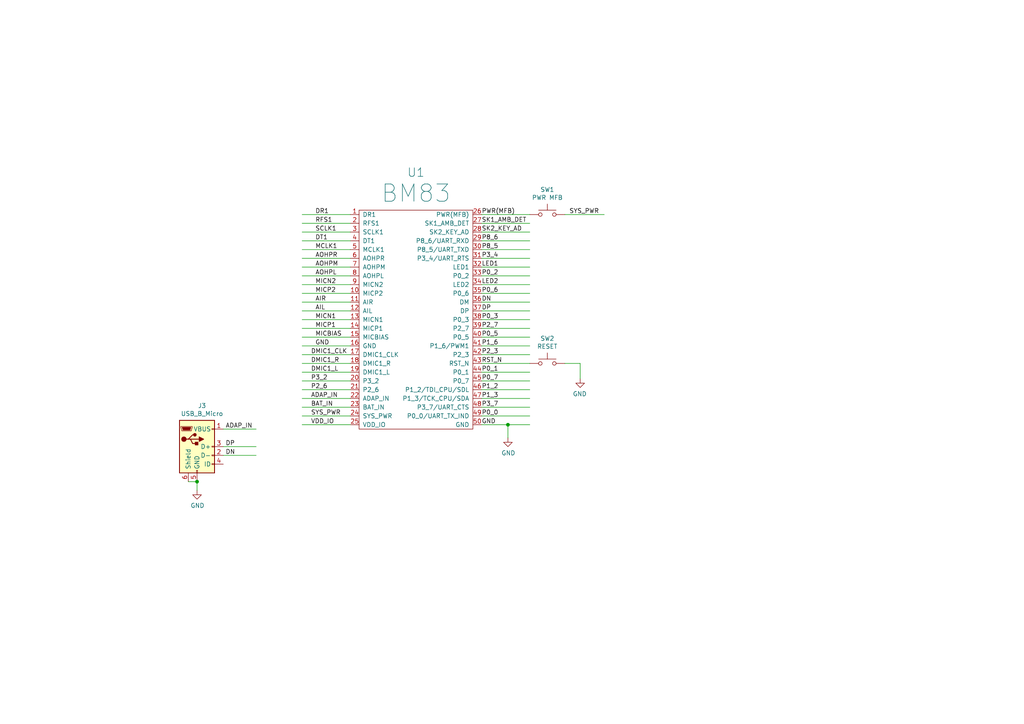
<source format=kicad_sch>
(kicad_sch (version 20211123) (generator eeschema)
  (paper "A4")
  (lib_symbols
    (symbol "Connector:USB_B_Micro" (pin_names (offset 1.016))
      (property "Reference" "J" (at -5.08 11.43 0))
      (property "Value" "USB_B_Micro" (at -5.08 8.89 0))
      (symbol "USB_B_Micro_0_1"
        (rectangle (start -5.08 -7.62) (end 5.08 7.62) (stroke (width 0.254)) (fill (type background)))
        (circle (center -3.81 2.159) (radius 0.635) (stroke (width 0.254)) (fill (type outline)))
        (circle (center -0.635 3.429) (radius 0.381) (stroke (width 0.254)) (fill (type outline)))
        (rectangle (start -0.127 -7.62) (end 0.127 -6.858))
        (polyline (pts (xy -1.905 2.159) (xy 0.635 2.159)) (stroke (width 0.254)))
        (polyline (pts (xy -3.175 2.159) (xy -2.54 2.159) (xy -1.27 3.429) (xy -0.635 3.429)) (stroke (width 0.254)))
        (polyline (pts (xy -2.54 2.159) (xy -1.905 2.159) (xy -1.27 0.889) (xy 0 0.889)) (stroke (width 0.254)))
        (polyline (pts (xy 0.635 2.794) (xy 0.635 1.524) (xy 1.905 2.159) (xy 0.635 2.794)) (stroke (width 0.254)) (fill (type outline)))
        (polyline (pts (xy -4.318 5.588) (xy -1.778 5.588) (xy -2.032 4.826) (xy -4.064 4.826) (xy -4.318 5.588)) (fill (type outline)))
        (polyline (pts (xy -4.699 5.842) (xy -4.699 5.588) (xy -4.445 4.826) (xy -4.445 4.572) (xy -1.651 4.572) (xy -1.651 4.826) (xy -1.397 5.588) (xy -1.397 5.842) (xy -4.699 5.842)))
        (rectangle (start 0.254 1.27) (end -0.508 0.508) (stroke (width 0.254)) (fill (type outline)))
        (rectangle (start 5.08 -5.207) (end 4.318 -4.953))
        (rectangle (start 5.08 -2.667) (end 4.318 -2.413))
        (rectangle (start 5.08 -0.127) (end 4.318 0.127))
        (rectangle (start 5.08 4.953) (end 4.318 5.207))
      )
      (symbol "USB_B_Micro_1_1"
        (pin power_out line (at 7.62 5.08 180) (length 2.54) (name "VBUS") (number "1"))
        (pin bidirectional line (at 7.62 -2.54 180) (length 2.54) (name "D-") (number "2"))
        (pin bidirectional line (at 7.62 0 180) (length 2.54) (name "D+") (number "3"))
        (pin passive line (at 7.62 -5.08 180) (length 2.54) (name "ID") (number "4"))
        (pin power_out line (at 0 -10.16 90) (length 2.54) (name "GND") (number "5"))
        (pin passive line (at -2.54 -10.16 90) (length 2.54) (name "Shield") (number "6"))
      )
    )
    (symbol "Microchip_BM83:BM83" (pin_names (offset 1.016))
      (property "Reference" "U" (at 16.51 2.54 0))
      (property "Value" "BM83" (at 15.24 -26.67 90))
      (symbol "BM83_0_1"
        (rectangle (start 0 0) (end 33.02 -63.5))
      )
      (symbol "BM83_1_1"
        (pin input line (at -2.54 -1.27 0) (length 2.54) (name "DR1") (number "1"))
        (pin input line (at -2.54 -24.13 0) (length 2.54) (name "MICP2") (number "10"))
        (pin input line (at -2.54 -26.67 0) (length 2.54) (name "AIR") (number "11"))
        (pin input line (at -2.54 -29.21 0) (length 2.54) (name "AIL") (number "12"))
        (pin input line (at -2.54 -31.75 0) (length 2.54) (name "MICN1") (number "13"))
        (pin input line (at -2.54 -34.29 0) (length 2.54) (name "MICP1") (number "14"))
        (pin power_out line (at -2.54 -36.83 0) (length 2.54) (name "MICBIAS") (number "15"))
        (pin power_in line (at -2.54 -39.37 0) (length 2.54) (name "GND") (number "16"))
        (pin output line (at -2.54 -41.91 0) (length 2.54) (name "DMIC1_CLK") (number "17"))
        (pin input line (at -2.54 -44.45 0) (length 2.54) (name "DMIC1_R") (number "18"))
        (pin input line (at -2.54 -46.99 0) (length 2.54) (name "DMIC1_L") (number "19"))
        (pin bidirectional line (at -2.54 -3.81 0) (length 2.54) (name "RFS1") (number "2"))
        (pin bidirectional line (at -2.54 -49.53 0) (length 2.54) (name "P3_2") (number "20"))
        (pin bidirectional line (at -2.54 -52.07 0) (length 2.54) (name "P2_6") (number "21"))
        (pin power_in line (at -2.54 -54.61 0) (length 2.54) (name "ADAP_IN") (number "22"))
        (pin power_in line (at -2.54 -57.15 0) (length 2.54) (name "BAT_IN") (number "23"))
        (pin power_out line (at -2.54 -59.69 0) (length 2.54) (name "SYS_PWR") (number "24"))
        (pin power_out line (at -2.54 -62.23 0) (length 2.54) (name "VDD_IO") (number "25"))
        (pin input line (at 35.56 -1.27 180) (length 2.54) (name "PWR(MFB)") (number "26"))
        (pin input line (at 35.56 -3.81 180) (length 2.54) (name "SK1_AMB_DET") (number "27"))
        (pin input line (at 35.56 -6.35 180) (length 2.54) (name "SK2_KEY_AD") (number "28"))
        (pin bidirectional line (at 35.56 -8.89 180) (length 2.54) (name "P8_6/UART_RXD") (number "29"))
        (pin bidirectional line (at -2.54 -6.35 0) (length 2.54) (name "SCLK1") (number "3"))
        (pin bidirectional line (at 35.56 -11.43 180) (length 2.54) (name "P8_5/UART_TXD") (number "30"))
        (pin bidirectional line (at 35.56 -13.97 180) (length 2.54) (name "P3_4/UART_RTS") (number "31"))
        (pin input line (at 35.56 -16.51 180) (length 2.54) (name "LED1") (number "32"))
        (pin bidirectional line (at 35.56 -19.05 180) (length 2.54) (name "P0_2") (number "33"))
        (pin bidirectional line (at 35.56 -21.59 180) (length 2.54) (name "LED2") (number "34"))
        (pin bidirectional line (at 35.56 -24.13 180) (length 2.54) (name "P0_6") (number "35"))
        (pin bidirectional line (at 35.56 -26.67 180) (length 2.54) (name "DM") (number "36"))
        (pin bidirectional line (at 35.56 -29.21 180) (length 2.54) (name "DP") (number "37"))
        (pin bidirectional line (at 35.56 -31.75 180) (length 2.54) (name "P0_3") (number "38"))
        (pin bidirectional line (at 35.56 -34.29 180) (length 2.54) (name "P2_7") (number "39"))
        (pin output line (at -2.54 -8.89 0) (length 2.54) (name "DT1") (number "4"))
        (pin bidirectional line (at 35.56 -36.83 180) (length 2.54) (name "P0_5") (number "40"))
        (pin bidirectional line (at 35.56 -39.37 180) (length 2.54) (name "P1_6/PWM1") (number "41"))
        (pin bidirectional line (at 35.56 -41.91 180) (length 2.54) (name "P2_3") (number "42"))
        (pin input line (at 35.56 -44.45 180) (length 2.54) (name "RST_N") (number "43"))
        (pin bidirectional line (at 35.56 -46.99 180) (length 2.54) (name "P0_1") (number "44"))
        (pin bidirectional line (at 35.56 -49.53 180) (length 2.54) (name "P0_7") (number "45"))
        (pin bidirectional line (at 35.56 -52.07 180) (length 2.54) (name "P1_2/TDI_CPU/SDL") (number "46"))
        (pin bidirectional line (at 35.56 -54.61 180) (length 2.54) (name "P1_3/TCK_CPU/SDA") (number "47"))
        (pin bidirectional line (at 35.56 -57.15 180) (length 2.54) (name "P3_7/UART_CTS") (number "48"))
        (pin bidirectional line (at 35.56 -59.69 180) (length 2.54) (name "P0_0/UART_TX_IND") (number "49"))
        (pin output line (at -2.54 -11.43 0) (length 2.54) (name "MCLK1") (number "5"))
        (pin power_in line (at 35.56 -62.23 180) (length 2.54) (name "GND") (number "50"))
        (pin output line (at -2.54 -13.97 0) (length 2.54) (name "AOHPR") (number "6"))
        (pin output line (at -2.54 -16.51 0) (length 2.54) (name "AOHPM") (number "7"))
        (pin output line (at -2.54 -19.05 0) (length 2.54) (name "AOHPL") (number "8"))
        (pin input line (at -2.54 -21.59 0) (length 2.54) (name "MICN2") (number "9"))
      )
    )
    (symbol "Switch:SW_Push" (pin_numbers hide) (pin_names (offset 1.016) hide)
      (property "Reference" "SW" (at 1.27 2.54 0))
      (property "Value" "SW_Push" (at 0 -1.524 0))
      (symbol "SW_Push_0_1"
        (circle (center -2.032 0) (radius 0.508))
        (polyline (pts (xy 0 1.27) (xy 0 3.048)))
        (polyline (pts (xy 2.54 1.27) (xy -2.54 1.27)))
        (circle (center 2.032 0) (radius 0.508))
        (pin passive line (at -5.08 0 0) (length 2.54) (name "1") (number "1"))
        (pin passive line (at 5.08 0 180) (length 2.54) (name "2") (number "2"))
      )
    )
    (symbol "power:GND" (power) (pin_names (offset 0))
      (property "Value" "GND" (at 0 -3.81 0))
      (symbol "GND_0_1"
        (polyline (pts (xy 0 0) (xy 0 -1.27) (xy 1.27 -1.27) (xy 0 -2.54) (xy -1.27 -1.27) (xy 0 -1.27)))
      )
      (symbol "GND_1_1"
        (pin power_in line (at 0 0 270) (length 0) hide (name "GND") (number "1"))
      )
    )
  )
  (junction (at 57.15 139.7))
  (junction (at 147.32 123.19))
  (wire (pts (xy 87.63 85.09) (xy 101.6 85.09)))
  (wire (pts (xy 87.63 90.17) (xy 101.6 90.17)))
  (wire (pts (xy 139.7 85.09) (xy 153.67 85.09)))
  (wire (pts (xy 87.63 97.79) (xy 101.6 97.79)))
  (wire (pts (xy 139.7 80.01) (xy 153.67 80.01)))
  (wire (pts (xy 139.7 118.11) (xy 153.67 118.11)))
  (wire (pts (xy 87.63 87.63) (xy 101.6 87.63)))
  (wire (pts (xy 139.7 62.23) (xy 153.67 62.23)))
  (wire (pts (xy 139.7 115.57) (xy 153.67 115.57)))
  (wire (pts (xy 163.83 62.23) (xy 175.26 62.23)))
  (wire (pts (xy 87.63 92.71) (xy 101.6 92.71)))
  (wire (pts (xy 147.32 123.19) (xy 153.67 123.19)))
  (wire (pts (xy 139.7 64.77) (xy 153.67 64.77)))
  (wire (pts (xy 139.7 90.17) (xy 153.67 90.17)))
  (wire (pts (xy 87.63 67.31) (xy 101.6 67.31)))
  (wire (pts (xy 139.7 74.93) (xy 153.67 74.93)))
  (wire (pts (xy 139.7 95.25) (xy 153.67 95.25)))
  (wire (pts (xy 168.275 105.41) (xy 163.83 105.41)))
  (wire (pts (xy 87.63 80.01) (xy 101.6 80.01)))
  (wire (pts (xy 139.7 69.85) (xy 153.67 69.85)))
  (wire (pts (xy 147.32 123.19) (xy 139.7 123.19)))
  (wire (pts (xy 87.63 110.49) (xy 101.6 110.49)))
  (wire (pts (xy 87.63 120.65) (xy 101.6 120.65)))
  (wire (pts (xy 139.7 67.31) (xy 153.67 67.31)))
  (wire (pts (xy 139.7 82.55) (xy 153.67 82.55)))
  (wire (pts (xy 139.7 92.71) (xy 153.67 92.71)))
  (wire (pts (xy 87.63 102.87) (xy 101.6 102.87)))
  (wire (pts (xy 87.63 64.77) (xy 101.6 64.77)))
  (wire (pts (xy 139.7 72.39) (xy 153.67 72.39)))
  (wire (pts (xy 87.63 82.55) (xy 101.6 82.55)))
  (wire (pts (xy 139.7 87.63) (xy 153.67 87.63)))
  (wire (pts (xy 87.63 118.11) (xy 101.6 118.11)))
  (wire (pts (xy 87.63 115.57) (xy 101.6 115.57)))
  (wire (pts (xy 87.63 74.93) (xy 101.6 74.93)))
  (wire (pts (xy 87.63 95.25) (xy 101.6 95.25)))
  (wire (pts (xy 139.7 77.47) (xy 153.67 77.47)))
  (wire (pts (xy 139.7 107.95) (xy 153.67 107.95)))
  (wire (pts (xy 87.63 113.03) (xy 101.6 113.03)))
  (wire (pts (xy 139.7 100.33) (xy 153.67 100.33)))
  (wire (pts (xy 54.61 139.7) (xy 57.15 139.7)))
  (wire (pts (xy 64.77 132.08) (xy 74.295 132.08)))
  (wire (pts (xy 87.63 62.23) (xy 101.6 62.23)))
  (wire (pts (xy 87.63 107.95) (xy 101.6 107.95)))
  (wire (pts (xy 139.7 110.49) (xy 153.67 110.49)))
  (wire (pts (xy 139.7 113.03) (xy 153.67 113.03)))
  (wire (pts (xy 87.63 72.39) (xy 101.6 72.39)))
  (wire (pts (xy 64.77 124.46) (xy 74.295 124.46)))
  (wire (pts (xy 168.275 109.855) (xy 168.275 105.41)))
  (wire (pts (xy 57.15 142.24) (xy 57.15 139.7)))
  (wire (pts (xy 147.32 123.19) (xy 147.32 127)))
  (wire (pts (xy 87.63 77.47) (xy 101.6 77.47)))
  (wire (pts (xy 87.63 123.19) (xy 101.6 123.19)))
  (wire (pts (xy 139.7 120.65) (xy 153.67 120.65)))
  (wire (pts (xy 139.7 105.41) (xy 153.67 105.41)))
  (wire (pts (xy 87.63 105.41) (xy 101.6 105.41)))
  (wire (pts (xy 139.7 97.79) (xy 153.67 97.79)))
  (wire (pts (xy 87.63 69.85) (xy 101.6 69.85)))
  (wire (pts (xy 139.7 102.87) (xy 153.67 102.87)))
  (wire (pts (xy 64.77 129.54) (xy 74.295 129.54)))
  (wire (pts (xy 87.63 100.33) (xy 101.6 100.33)))
  (label "MICP1" (at 91.44 95.25 0))
  (label "DP" (at 65.405 129.54 0))
  (label "MCLK1" (at 91.44 72.39 0))
  (label "DMIC1_L" (at 90.17 107.95 0))
  (label "LED1" (at 139.7 77.47 0))
  (label "P0_0" (at 139.7 120.65 0))
  (label "AIR" (at 91.44 87.63 0))
  (label "P1_6" (at 139.7 100.33 0))
  (label "P3_4" (at 139.7 74.93 0))
  (label "P8_5" (at 139.7 72.39 0))
  (label "P2_7" (at 139.7 95.25 0))
  (label "AOHPR" (at 91.44 74.93 0))
  (label "MICN1" (at 91.44 92.71 0))
  (label "DT1" (at 91.44 69.85 0))
  (label "P0_5" (at 139.7 97.79 0))
  (label "DN" (at 139.7 87.63 0))
  (label "AOHPL" (at 91.44 80.01 0))
  (label "BAT_IN" (at 90.17 118.11 0))
  (label "P0_3" (at 139.7 92.71 0))
  (label "LED2" (at 139.7 82.55 0))
  (label "DR1" (at 91.44 62.23 0))
  (label "DMIC1_CLK" (at 90.17 102.87 0))
  (label "SCLK1" (at 91.44 67.31 0))
  (label "VDD_IO" (at 90.17 123.19 0))
  (label "P1_2" (at 139.7 113.03 0))
  (label "DN" (at 65.405 132.08 0))
  (label "SK1_AMB_DET" (at 139.7 64.77 0))
  (label "GND" (at 91.44 100.33 0))
  (label "PWR(MFB)" (at 139.7 62.23 0))
  (label "MICP2" (at 91.44 85.09 0))
  (label "GND" (at 139.7 123.19 0))
  (label "SYS_PWR" (at 165.1 62.23 0))
  (label "ADAP_IN" (at 65.405 124.46 0))
  (label "P3_2" (at 90.17 110.49 0))
  (label "SK2_KEY_AD" (at 139.7 67.31 0))
  (label "RST_N" (at 139.7 105.41 0))
  (label "AIL" (at 91.44 90.17 0))
  (label "DMIC1_R" (at 90.17 105.41 0))
  (label "P2_6" (at 90.17 113.03 0))
  (label "SYS_PWR" (at 90.17 120.65 0))
  (label "P0_6" (at 139.7 85.09 0))
  (label "MICN2" (at 91.44 82.55 0))
  (label "P8_6" (at 139.7 69.85 0))
  (label "MICBIAS" (at 91.44 97.79 0))
  (label "DP" (at 139.7 90.17 0))
  (label "P0_1" (at 139.7 107.95 0))
  (label "P3_7" (at 139.7 118.11 0))
  (label "RFS1" (at 91.44 64.77 0))
  (label "P0_2" (at 139.7 80.01 0))
  (label "P1_3" (at 139.7 115.57 0))
  (label "P0_7" (at 139.7 110.49 0))
  (label "AOHPM" (at 91.44 77.47 0))
  (label "P2_3" (at 139.7 102.87 0))
  (label "ADAP_IN" (at 90.17 115.57 0))
  (symbol (lib_id "Microchip_BM83:BM83") (at 104.14 60.96 0) (unit 1)
    (property "Reference" "U1" (at 120.65 50.0126 0) (effects (font (size 2.4892 2.4892))))
    (property "Value" "BM83" (at 120.65 56.0578 0) (effects (font (size 5.0038 5.0038))))
    (property "Footprint" "BM83:BM83" (effects hide))
    (property "Datasheet" "https://ww1.microchip.com/downloads/en/DeviceDoc/70005402C.pdf" (effects hide))
  )
  (symbol (lib_id "Switch:SW_Push") (at 158.75 105.41 0) (mirror y) (unit 1)
    (property "Reference" "SW2" (at 158.75 98.171 0))
    (property "Value" "RESET" (at 158.75 100.4824 0))
    (property "Footprint" "TL3365_button:TL3365_button" (effects hide))
  )
  (symbol (lib_id "power:GND") (at 147.32 127 0) (unit 1)
    (property "Reference" "#PWR0101" (effects hide))
    (property "Value" "GND" (at 147.447 131.3942 0))
  )
  (symbol (lib_id "power:GND") (at 168.275 109.855 0) (mirror y) (unit 1)
    (property "Reference" "#PWR0102" (effects hide))
    (property "Value" "GND" (at 168.148 114.2492 0))
  )
  (symbol (lib_id "Switch:SW_Push") (at 158.75 62.23 0) (unit 1)
    (property "Reference" "SW1" (at 158.75 54.991 0))
    (property "Value" "PWR MFB" (at 158.75 57.3024 0))
    (property "Footprint" "TL3365_button:TL3365_button" (effects hide))
  )
  (symbol (lib_id "Connector:USB_B_Micro") (at 57.15 129.54 0) (unit 1)
    (property "Reference" "J3" (at 58.5978 117.6782 0))
    (property "Value" "USB_B_Micro" (at 58.5978 119.9896 0))
    (property "Footprint" "Connector_USB:USB_Micro-B_Molex-105017-0001" (effects hide))
  )
  (symbol (lib_id "power:GND") (at 57.15 142.24 0) (unit 1)
    (property "Reference" "#PWR0103" (effects hide))
    (property "Value" "GND" (at 57.277 146.6342 0))
  )
)
</source>
